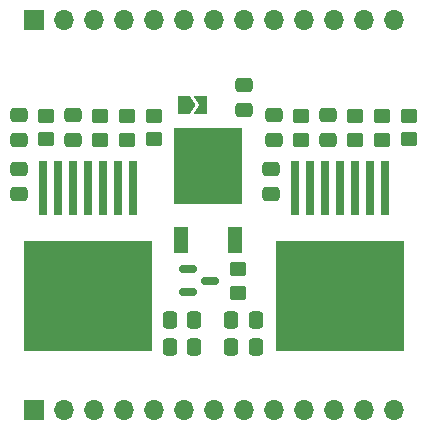
<source format=gbr>
%TF.GenerationSoftware,KiCad,Pcbnew,6.0.4-6f826c9f35~116~ubuntu20.04.1*%
%TF.CreationDate,2022-04-11T15:29:44-04:00*%
%TF.ProjectId,Brake Controller,4272616b-6520-4436-9f6e-74726f6c6c65,A*%
%TF.SameCoordinates,Original*%
%TF.FileFunction,Soldermask,Top*%
%TF.FilePolarity,Negative*%
%FSLAX46Y46*%
G04 Gerber Fmt 4.6, Leading zero omitted, Abs format (unit mm)*
G04 Created by KiCad (PCBNEW 6.0.4-6f826c9f35~116~ubuntu20.04.1) date 2022-04-11 15:29:44*
%MOMM*%
%LPD*%
G01*
G04 APERTURE LIST*
G04 Aperture macros list*
%AMRoundRect*
0 Rectangle with rounded corners*
0 $1 Rounding radius*
0 $2 $3 $4 $5 $6 $7 $8 $9 X,Y pos of 4 corners*
0 Add a 4 corners polygon primitive as box body*
4,1,4,$2,$3,$4,$5,$6,$7,$8,$9,$2,$3,0*
0 Add four circle primitives for the rounded corners*
1,1,$1+$1,$2,$3*
1,1,$1+$1,$4,$5*
1,1,$1+$1,$6,$7*
1,1,$1+$1,$8,$9*
0 Add four rect primitives between the rounded corners*
20,1,$1+$1,$2,$3,$4,$5,0*
20,1,$1+$1,$4,$5,$6,$7,0*
20,1,$1+$1,$6,$7,$8,$9,0*
20,1,$1+$1,$8,$9,$2,$3,0*%
%AMFreePoly0*
4,1,6,1.000000,0.000000,0.500000,-0.750000,-0.500000,-0.750000,-0.500000,0.750000,0.500000,0.750000,1.000000,0.000000,1.000000,0.000000,$1*%
%AMFreePoly1*
4,1,6,0.500000,-0.750000,-0.650000,-0.750000,-0.150000,0.000000,-0.650000,0.750000,0.500000,0.750000,0.500000,-0.750000,0.500000,-0.750000,$1*%
G04 Aperture macros list end*
%ADD10RoundRect,0.250000X-0.475000X0.337500X-0.475000X-0.337500X0.475000X-0.337500X0.475000X0.337500X0*%
%ADD11RoundRect,0.250000X0.475000X-0.337500X0.475000X0.337500X-0.475000X0.337500X-0.475000X-0.337500X0*%
%ADD12RoundRect,0.250000X0.450000X-0.350000X0.450000X0.350000X-0.450000X0.350000X-0.450000X-0.350000X0*%
%ADD13FreePoly0,0.000000*%
%ADD14FreePoly1,0.000000*%
%ADD15RoundRect,0.250000X-0.450000X0.350000X-0.450000X-0.350000X0.450000X-0.350000X0.450000X0.350000X0*%
%ADD16R,1.700000X1.700000*%
%ADD17O,1.700000X1.700000*%
%ADD18R,0.800000X4.600000*%
%ADD19R,10.800000X9.400000*%
%ADD20RoundRect,0.250000X0.337500X0.475000X-0.337500X0.475000X-0.337500X-0.475000X0.337500X-0.475000X0*%
%ADD21R,1.200000X2.200000*%
%ADD22R,5.800000X6.400000*%
%ADD23RoundRect,0.250000X-0.337500X-0.475000X0.337500X-0.475000X0.337500X0.475000X-0.337500X0.475000X0*%
%ADD24RoundRect,0.150000X-0.587500X-0.150000X0.587500X-0.150000X0.587500X0.150000X-0.587500X0.150000X0*%
G04 APERTURE END LIST*
D10*
%TO.C,C6*%
X144526000Y-101578500D03*
X144526000Y-103653500D03*
%TD*%
D11*
%TO.C,C24*%
X149352000Y-99081500D03*
X149352000Y-97006500D03*
%TD*%
D12*
%TO.C,R12*%
X134620000Y-99028000D03*
X134620000Y-97028000D03*
%TD*%
D13*
%TO.C,JP1*%
X137197000Y-96139000D03*
D14*
X138647000Y-96139000D03*
%TD*%
D15*
%TO.C,R1*%
X141732000Y-109998000D03*
X141732000Y-111998000D03*
%TD*%
D16*
%TO.C,J2*%
X124460000Y-121920000D03*
D17*
X127000000Y-121920000D03*
X129540000Y-121920000D03*
X132080000Y-121920000D03*
X134620000Y-121920000D03*
X137160000Y-121920000D03*
X139700000Y-121920000D03*
X142240000Y-121920000D03*
X144780000Y-121920000D03*
X147320000Y-121920000D03*
X149860000Y-121920000D03*
X152400000Y-121920000D03*
X154940000Y-121920000D03*
%TD*%
D12*
%TO.C,R15*%
X125476000Y-99028000D03*
X125476000Y-97028000D03*
%TD*%
D11*
%TO.C,C14*%
X127762000Y-99065500D03*
X127762000Y-96990500D03*
%TD*%
D18*
%TO.C,U1*%
X132842000Y-103118000D03*
X131572000Y-103118000D03*
X130302000Y-103118000D03*
X129032000Y-103118000D03*
D19*
X129032000Y-112268000D03*
D18*
X127762000Y-103118000D03*
X126492000Y-103118000D03*
X125222000Y-103118000D03*
%TD*%
D20*
%TO.C,C4*%
X143277500Y-116586000D03*
X141202500Y-116586000D03*
%TD*%
D21*
%TO.C,Q1*%
X136913000Y-107578000D03*
D22*
X139193000Y-101278000D03*
D21*
X141473000Y-107578000D03*
%TD*%
D20*
%TO.C,C1*%
X138070500Y-114300000D03*
X135995500Y-114300000D03*
%TD*%
D12*
%TO.C,R24*%
X151638000Y-99044000D03*
X151638000Y-97044000D03*
%TD*%
%TO.C,R22*%
X156210000Y-99028000D03*
X156210000Y-97028000D03*
%TD*%
%TO.C,R13*%
X132334000Y-99044000D03*
X132334000Y-97044000D03*
%TD*%
D11*
%TO.C,C25*%
X144780000Y-99081500D03*
X144780000Y-97006500D03*
%TD*%
D18*
%TO.C,U2*%
X154178000Y-103118000D03*
X152908000Y-103118000D03*
X151638000Y-103118000D03*
X150368000Y-103118000D03*
D19*
X150368000Y-112268000D03*
D18*
X149098000Y-103118000D03*
X147828000Y-103118000D03*
X146558000Y-103118000D03*
%TD*%
D23*
%TO.C,C2*%
X135995500Y-116586000D03*
X138070500Y-116586000D03*
%TD*%
D11*
%TO.C,C15*%
X123190000Y-99065500D03*
X123190000Y-96990500D03*
%TD*%
D12*
%TO.C,R25*%
X147066000Y-99060000D03*
X147066000Y-97060000D03*
%TD*%
D24*
%TO.C,D1*%
X137492500Y-110048000D03*
X137492500Y-111948000D03*
X139367500Y-110998000D03*
%TD*%
D16*
%TO.C,J1*%
X124460000Y-88900000D03*
D17*
X127000000Y-88900000D03*
X129540000Y-88900000D03*
X132080000Y-88900000D03*
X134620000Y-88900000D03*
X137160000Y-88900000D03*
X139700000Y-88900000D03*
X142240000Y-88900000D03*
X144780000Y-88900000D03*
X147320000Y-88900000D03*
X149860000Y-88900000D03*
X152400000Y-88900000D03*
X154940000Y-88900000D03*
%TD*%
D12*
%TO.C,R14*%
X130048000Y-99044000D03*
X130048000Y-97044000D03*
%TD*%
D23*
%TO.C,C3*%
X141181000Y-114300000D03*
X143256000Y-114300000D03*
%TD*%
D10*
%TO.C,C5*%
X123190000Y-101578500D03*
X123190000Y-103653500D03*
%TD*%
D11*
%TO.C,C7*%
X142240000Y-96541500D03*
X142240000Y-94466500D03*
%TD*%
D12*
%TO.C,R23*%
X153924000Y-99044000D03*
X153924000Y-97044000D03*
%TD*%
M02*

</source>
